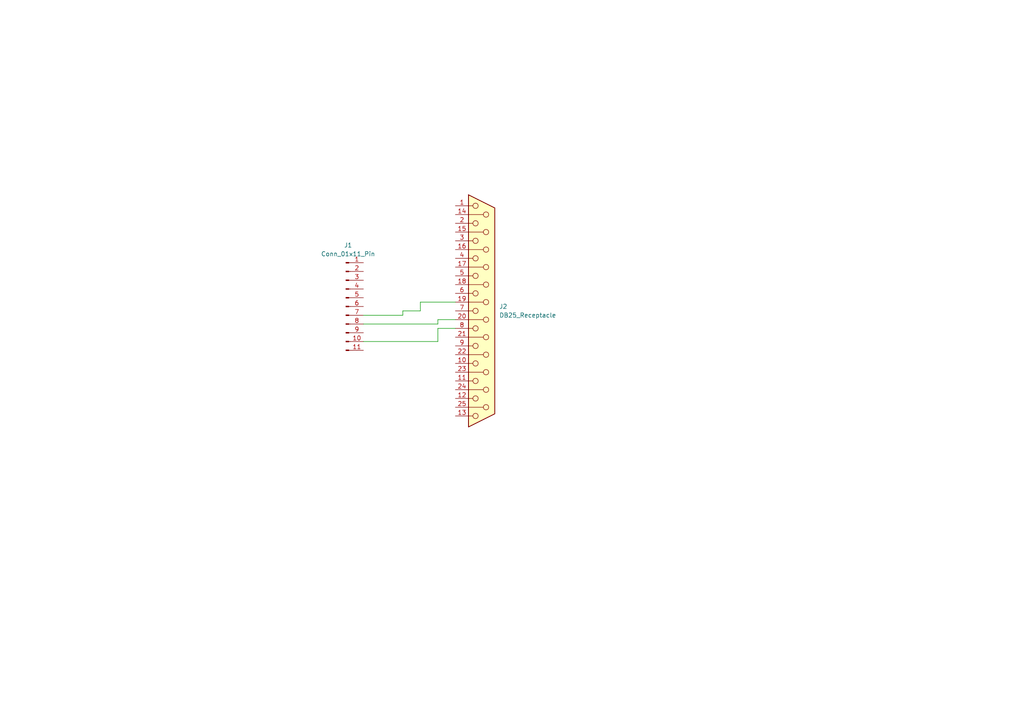
<source format=kicad_sch>
(kicad_sch (version 20230121) (generator eeschema)
  (paper "A4")
  (lib_symbols
    (symbol "Connector:Conn_01x11_Pin" (pin_names (offset 1.016) hide)
      (property "Reference" "J" (at 0 15.24 0))
      (property "Value" "Conn_01x11_Pin" (at 0 -15.24 0))
      (symbol "Conn_01x11_Pin_1_1"
        (polyline (pts (xy 1.27 -12.7) (xy 0.8636 -12.7)) (stroke (width 0.1524)))
        (polyline (pts (xy 1.27 -10.16) (xy 0.8636 -10.16)) (stroke (width 0.1524)))
        (polyline (pts (xy 1.27 -7.62) (xy 0.8636 -7.62)) (stroke (width 0.1524)))
        (polyline (pts (xy 1.27 -5.08) (xy 0.8636 -5.08)) (stroke (width 0.1524)))
        (polyline (pts (xy 1.27 -2.54) (xy 0.8636 -2.54)) (stroke (width 0.1524)))
        (polyline (pts (xy 1.27 0) (xy 0.8636 0)) (stroke (width 0.1524)))
        (polyline (pts (xy 1.27 2.54) (xy 0.8636 2.54)) (stroke (width 0.1524)))
        (polyline (pts (xy 1.27 5.08) (xy 0.8636 5.08)) (stroke (width 0.1524)))
        (polyline (pts (xy 1.27 7.62) (xy 0.8636 7.62)) (stroke (width 0.1524)))
        (polyline (pts (xy 1.27 10.16) (xy 0.8636 10.16)) (stroke (width 0.1524)))
        (polyline (pts (xy 1.27 12.7) (xy 0.8636 12.7)) (stroke (width 0.1524)))
        (rectangle (start 0.8636 -12.573) (end 0 -12.827) (stroke (width 0.1524)) (fill (type outline)))
        (rectangle (start 0.8636 -10.033) (end 0 -10.287) (stroke (width 0.1524)) (fill (type outline)))
        (rectangle (start 0.8636 -7.493) (end 0 -7.747) (stroke (width 0.1524)) (fill (type outline)))
        (rectangle (start 0.8636 -4.953) (end 0 -5.207) (stroke (width 0.1524)) (fill (type outline)))
        (rectangle (start 0.8636 -2.413) (end 0 -2.667) (stroke (width 0.1524)) (fill (type outline)))
        (rectangle (start 0.8636 0.127) (end 0 -0.127) (stroke (width 0.1524)) (fill (type outline)))
        (rectangle (start 0.8636 2.667) (end 0 2.413) (stroke (width 0.1524)) (fill (type outline)))
        (rectangle (start 0.8636 5.207) (end 0 4.953) (stroke (width 0.1524)) (fill (type outline)))
        (rectangle (start 0.8636 7.747) (end 0 7.493) (stroke (width 0.1524)) (fill (type outline)))
        (rectangle (start 0.8636 10.287) (end 0 10.033) (stroke (width 0.1524)) (fill (type outline)))
        (rectangle (start 0.8636 12.827) (end 0 12.573) (stroke (width 0.1524)) (fill (type outline)))
        (pin passive line (at 5.08 12.7 180) (length 3.81) (name "Pin_1") (number "1"))
        (pin passive line (at 5.08 -10.16 180) (length 3.81) (name "Pin_10") (number "10"))
        (pin passive line (at 5.08 -12.7 180) (length 3.81) (name "Pin_11") (number "11"))
        (pin passive line (at 5.08 10.16 180) (length 3.81) (name "Pin_2") (number "2"))
        (pin passive line (at 5.08 7.62 180) (length 3.81) (name "Pin_3") (number "3"))
        (pin passive line (at 5.08 5.08 180) (length 3.81) (name "Pin_4") (number "4"))
        (pin passive line (at 5.08 2.54 180) (length 3.81) (name "Pin_5") (number "5"))
        (pin passive line (at 5.08 0 180) (length 3.81) (name "Pin_6") (number "6"))
        (pin passive line (at 5.08 -2.54 180) (length 3.81) (name "Pin_7") (number "7"))
        (pin passive line (at 5.08 -5.08 180) (length 3.81) (name "Pin_8") (number "8"))
        (pin passive line (at 5.08 -7.62 180) (length 3.81) (name "Pin_9") (number "9"))
      )
    )
    (symbol "Connector:DB25_Receptacle" (pin_names (offset 1.016) hide)
      (property "Reference" "J" (at 0 34.29 0))
      (property "Value" "DB25_Receptacle" (at 0 -34.925 0))
      (symbol "DB25_Receptacle_0_1"
        (circle (center -1.778 -30.48) (radius 0.762))
        (circle (center -1.778 -25.4) (radius 0.762))
        (circle (center -1.778 -20.32) (radius 0.762))
        (circle (center -1.778 -15.24) (radius 0.762))
        (circle (center -1.778 -10.16) (radius 0.762))
        (circle (center -1.778 -5.08) (radius 0.762))
        (circle (center -1.778 0) (radius 0.762))
        (circle (center -1.778 5.08) (radius 0.762))
        (circle (center -1.778 10.16) (radius 0.762))
        (circle (center -1.778 15.24) (radius 0.762))
        (circle (center -1.778 20.32) (radius 0.762))
        (circle (center -1.778 25.4) (radius 0.762))
        (circle (center -1.778 30.48) (radius 0.762))
        (polyline (pts (xy -3.81 -30.48) (xy -2.54 -30.48)))
        (polyline (pts (xy -3.81 -27.94) (xy 0.508 -27.94)))
        (polyline (pts (xy -3.81 -25.4) (xy -2.54 -25.4)))
        (polyline (pts (xy -3.81 -22.86) (xy 0.508 -22.86)))
        (polyline (pts (xy -3.81 -20.32) (xy -2.54 -20.32)))
        (polyline (pts (xy -3.81 -17.78) (xy 0.508 -17.78)))
        (polyline (pts (xy -3.81 -15.24) (xy -2.54 -15.24)))
        (polyline (pts (xy -3.81 -12.7) (xy 0.508 -12.7)))
        (polyline (pts (xy -3.81 -10.16) (xy -2.54 -10.16)))
        (polyline (pts (xy -3.81 -7.62) (xy 0.508 -7.62)))
        (polyline (pts (xy -3.81 -5.08) (xy -2.54 -5.08)))
        (polyline (pts (xy -3.81 -2.54) (xy 0.508 -2.54)))
        (polyline (pts (xy -3.81 0) (xy -2.54 0)))
        (polyline (pts (xy -3.81 2.54) (xy 0.508 2.54)))
        (polyline (pts (xy -3.81 5.08) (xy -2.54 5.08)))
        (polyline (pts (xy -3.81 7.62) (xy 0.508 7.62)))
        (polyline (pts (xy -3.81 10.16) (xy -2.54 10.16)))
        (polyline (pts (xy -3.81 12.7) (xy 0.508 12.7)))
        (polyline (pts (xy -3.81 15.24) (xy -2.54 15.24)))
        (polyline (pts (xy -3.81 17.78) (xy 0.508 17.78)))
        (polyline (pts (xy -3.81 20.32) (xy -2.54 20.32)))
        (polyline (pts (xy -3.81 22.86) (xy 0.508 22.86)))
        (polyline (pts (xy -3.81 25.4) (xy -2.54 25.4)))
        (polyline (pts (xy -3.81 27.94) (xy 0.508 27.94)))
        (polyline (pts (xy -3.81 30.48) (xy -2.54 30.48)))
        (polyline (pts (xy -3.81 33.655) (xy 3.81 29.845) (xy 3.81 -29.845) (xy -3.81 -33.655) (xy -3.81 33.655)) (stroke (width 0.254)) (fill (type background)))
        (circle (center 1.27 -27.94) (radius 0.762))
        (circle (center 1.27 -22.86) (radius 0.762))
        (circle (center 1.27 -17.78) (radius 0.762))
        (circle (center 1.27 -12.7) (radius 0.762))
        (circle (center 1.27 -7.62) (radius 0.762))
        (circle (center 1.27 -2.54) (radius 0.762))
        (circle (center 1.27 2.54) (radius 0.762))
        (circle (center 1.27 7.62) (radius 0.762))
        (circle (center 1.27 12.7) (radius 0.762))
        (circle (center 1.27 17.78) (radius 0.762))
        (circle (center 1.27 22.86) (radius 0.762))
        (circle (center 1.27 27.94) (radius 0.762))
      )
      (symbol "DB25_Receptacle_1_1"
        (pin passive line (at -7.62 30.48 0) (length 3.81) (name "1") (number "1"))
        (pin passive line (at -7.62 -15.24 0) (length 3.81) (name "10") (number "10"))
        (pin passive line (at -7.62 -20.32 0) (length 3.81) (name "11") (number "11"))
        (pin passive line (at -7.62 -25.4 0) (length 3.81) (name "12") (number "12"))
        (pin passive line (at -7.62 -30.48 0) (length 3.81) (name "13") (number "13"))
        (pin passive line (at -7.62 27.94 0) (length 3.81) (name "P14") (number "14"))
        (pin passive line (at -7.62 22.86 0) (length 3.81) (name "P15") (number "15"))
        (pin passive line (at -7.62 17.78 0) (length 3.81) (name "P16") (number "16"))
        (pin passive line (at -7.62 12.7 0) (length 3.81) (name "P17") (number "17"))
        (pin passive line (at -7.62 7.62 0) (length 3.81) (name "P18") (number "18"))
        (pin passive line (at -7.62 2.54 0) (length 3.81) (name "P19") (number "19"))
        (pin passive line (at -7.62 25.4 0) (length 3.81) (name "2") (number "2"))
        (pin passive line (at -7.62 -2.54 0) (length 3.81) (name "P20") (number "20"))
        (pin passive line (at -7.62 -7.62 0) (length 3.81) (name "P21") (number "21"))
        (pin passive line (at -7.62 -12.7 0) (length 3.81) (name "P22") (number "22"))
        (pin passive line (at -7.62 -17.78 0) (length 3.81) (name "P23") (number "23"))
        (pin passive line (at -7.62 -22.86 0) (length 3.81) (name "P24") (number "24"))
        (pin passive line (at -7.62 -27.94 0) (length 3.81) (name "P25") (number "25"))
        (pin passive line (at -7.62 20.32 0) (length 3.81) (name "3") (number "3"))
        (pin passive line (at -7.62 15.24 0) (length 3.81) (name "4") (number "4"))
        (pin passive line (at -7.62 10.16 0) (length 3.81) (name "5") (number "5"))
        (pin passive line (at -7.62 5.08 0) (length 3.81) (name "6") (number "6"))
        (pin passive line (at -7.62 0 0) (length 3.81) (name "7") (number "7"))
        (pin passive line (at -7.62 -5.08 0) (length 3.81) (name "8") (number "8"))
        (pin passive line (at -7.62 -10.16 0) (length 3.81) (name "9") (number "9"))
      )
    )
  )
  (wire (pts (xy 127 93.98) (xy 127 92.71)))
  (wire (pts (xy 121.92 90.17) (xy 116.84 90.17)))
  (wire (pts (xy 105.41 93.98) (xy 127 93.98)))
  (wire (pts (xy 127 99.06) (xy 105.41 99.06)))
  (wire (pts (xy 127 95.25) (xy 127 99.06)))
  (wire (pts (xy 121.92 90.17) (xy 121.92 87.63)))
  (wire (pts (xy 132.08 95.25) (xy 127 95.25)))
  (wire (pts (xy 116.84 91.44) (xy 105.41 91.44)))
  (wire (pts (xy 121.92 87.63) (xy 132.08 87.63)))
  (wire (pts (xy 116.84 90.17) (xy 116.84 91.44)))
  (wire (pts (xy 127 92.71) (xy 132.08 92.71)))
  (symbol (lib_id "Connector:DB25_Receptacle") (at 139.7 90.17 0) (unit 1)
    (property "Reference" "J2" (at 144.78 88.9 0) (effects (justify left)))
    (property "Value" "DB25_Receptacle" (at 144.78 91.44 0) (effects (justify left)))
    (property "Datasheet" " ~" (effects hide))
  )
  (symbol (lib_id "Connector:Conn_01x11_Pin") (at 100.33 88.9 0) (unit 1)
    (property "Reference" "J1" (at 100.965 71.12 0))
    (property "Value" "Conn_01x11_Pin" (at 100.965 73.66 0))
  )
)
</source>
